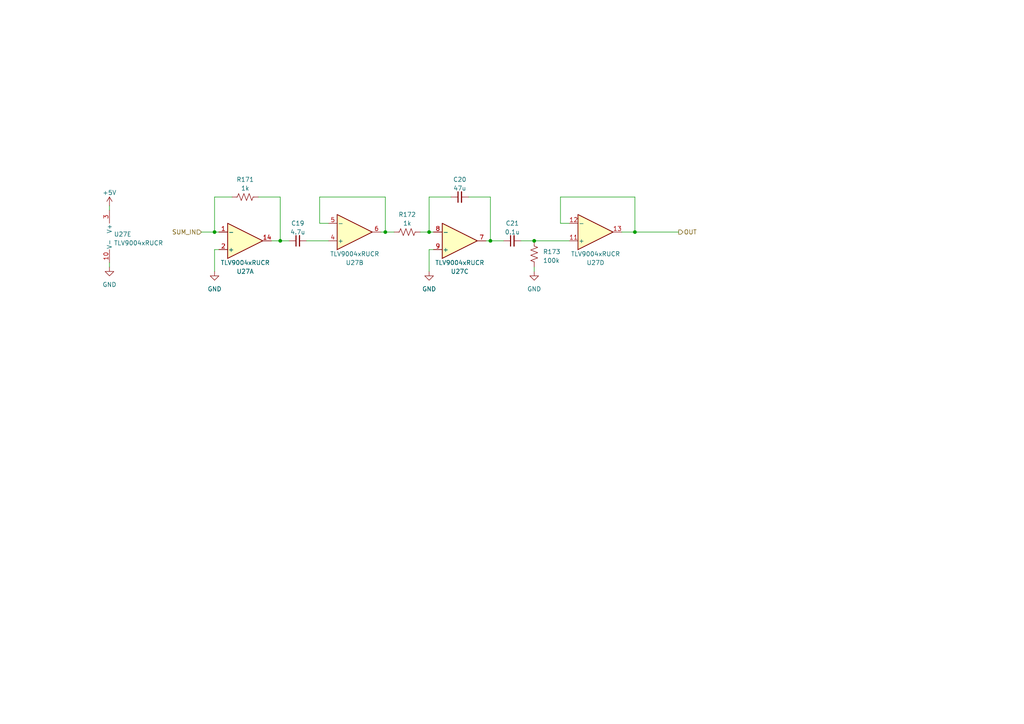
<source format=kicad_sch>
(kicad_sch (version 20221004) (generator eeschema)
  (paper "A4")
  (lib_symbols
    (symbol "Amplifier_Operational:TLV9004xRUCR" (pin_names (offset 0.127))
      (property "Reference" "U" (at 0 5.08 0))
      (property "Value" "TLV9004xRUCR" (at 0 -5.08 0))
      (symbol "TLV9004xRUCR_1_1"
        (polyline (pts (xy -5.08 5.08) (xy 5.08 0) (xy -5.08 -5.08) (xy -5.08 5.08)) (stroke (width 0.254)) (fill (type background)))
        (pin input line (at -7.62 -2.54 0) (length 2.54) (name "-") (number "1"))
        (pin output line (at 7.62 0 180) (length 2.54) (name "~") (number "14"))
        (pin input line (at -7.62 2.54 0) (length 2.54) (name "+") (number "2"))
      )
      (symbol "TLV9004xRUCR_2_1"
        (polyline (pts (xy -5.08 5.08) (xy 5.08 0) (xy -5.08 -5.08) (xy -5.08 5.08)) (stroke (width 0.254)) (fill (type background)))
        (pin input line (at -7.62 2.54 0) (length 2.54) (name "+") (number "4"))
        (pin input line (at -7.62 -2.54 0) (length 2.54) (name "-") (number "5"))
        (pin output line (at 7.62 0 180) (length 2.54) (name "~") (number "6"))
      )
      (symbol "TLV9004xRUCR_3_1"
        (polyline (pts (xy -5.08 5.08) (xy 5.08 0) (xy -5.08 -5.08) (xy -5.08 5.08)) (stroke (width 0.254)) (fill (type background)))
        (pin output line (at 7.62 0 180) (length 2.54) (name "~") (number "7"))
        (pin input line (at -7.62 -2.54 0) (length 2.54) (name "-") (number "8"))
        (pin input line (at -7.62 2.54 0) (length 2.54) (name "+") (number "9"))
      )
      (symbol "TLV9004xRUCR_4_1"
        (polyline (pts (xy -5.08 5.08) (xy 5.08 0) (xy -5.08 -5.08) (xy -5.08 5.08)) (stroke (width 0.254)) (fill (type background)))
        (pin input line (at -7.62 2.54 0) (length 2.54) (name "+") (number "11"))
        (pin input line (at -7.62 -2.54 0) (length 2.54) (name "-") (number "12"))
        (pin output line (at 7.62 0 180) (length 2.54) (name "~") (number "13"))
      )
      (symbol "TLV9004xRUCR_5_1"
        (pin power_in line (at -2.54 -7.62 90) (length 3.81) (name "V-") (number "10"))
        (pin power_in line (at -2.54 7.62 270) (length 3.81) (name "V+") (number "3"))
      )
    )
    (symbol "Device:C_Small" (pin_numbers hide) (pin_names (offset 0.254) hide)
      (property "Reference" "C" (at 0.254 1.778 0))
      (property "Value" "C_Small" (at 0.254 -2.032 0))
      (symbol "C_Small_0_1"
        (polyline (pts (xy -1.524 -0.508) (xy 1.524 -0.508)) (stroke (width 0.3302)))
        (polyline (pts (xy -1.524 0.508) (xy 1.524 0.508)) (stroke (width 0.3048)))
      )
      (symbol "C_Small_1_1"
        (pin passive line (at 0 2.54 270) (length 2.032) (name "~") (number "1"))
        (pin passive line (at 0 -2.54 90) (length 2.032) (name "~") (number "2"))
      )
    )
    (symbol "Device:R_US" (pin_numbers hide) (pin_names (offset 0))
      (property "Reference" "R" (at 2.54 0 90))
      (property "Value" "R_US" (at -2.54 0 90))
      (symbol "R_US_0_1"
        (polyline (pts (xy 0 -2.286) (xy 0 -2.54)))
        (polyline (pts (xy 0 2.286) (xy 0 2.54)))
        (polyline (pts (xy 0 -0.762) (xy 1.016 -1.143) (xy 0 -1.524) (xy -1.016 -1.905) (xy 0 -2.286)))
        (polyline (pts (xy 0 0.762) (xy 1.016 0.381) (xy 0 0) (xy -1.016 -0.381) (xy 0 -0.762)))
        (polyline (pts (xy 0 2.286) (xy 1.016 1.905) (xy 0 1.524) (xy -1.016 1.143) (xy 0 0.762)))
      )
      (symbol "R_US_1_1"
        (pin passive line (at 0 3.81 270) (length 1.27) (name "~") (number "1"))
        (pin passive line (at 0 -3.81 90) (length 1.27) (name "~") (number "2"))
      )
    )
    (symbol "power:+5V" (power) (pin_names (offset 0))
      (property "Value" "+5V" (at 0 3.556 0))
      (symbol "+5V_0_1"
        (polyline (pts (xy -0.762 1.27) (xy 0 2.54)))
        (polyline (pts (xy 0 0) (xy 0 2.54)))
        (polyline (pts (xy 0 2.54) (xy 0.762 1.27)))
      )
      (symbol "+5V_1_1"
        (pin power_in line (at 0 0 90) (length 0) hide (name "+5V") (number "1"))
      )
    )
    (symbol "power:GND" (power) (pin_names (offset 0))
      (property "Value" "GND" (at 0 -3.81 0))
      (symbol "GND_0_1"
        (polyline (pts (xy 0 0) (xy 0 -1.27) (xy 1.27 -1.27) (xy 0 -2.54) (xy -1.27 -1.27) (xy 0 -1.27)))
      )
      (symbol "GND_1_1"
        (pin power_in line (at 0 0 270) (length 0) hide (name "GND") (number "1"))
      )
    )
  )
  (junction (at 81.28 69.85))
  (junction (at 142.24 69.85))
  (junction (at 62.23 67.31))
  (junction (at 124.46 67.31))
  (junction (at 111.76 67.31))
  (junction (at 154.94 69.85))
  (junction (at 184.15 67.31))
  (wire (pts (xy 130.81 57.15) (xy 124.46 57.15)))
  (wire (pts (xy 142.24 69.85) (xy 146.05 69.85)))
  (wire (pts (xy 151.13 69.85) (xy 154.94 69.85)))
  (wire (pts (xy 81.28 69.85) (xy 83.82 69.85)))
  (wire (pts (xy 135.89 57.15) (xy 142.24 57.15)))
  (wire (pts (xy 81.28 57.15) (xy 81.28 69.85)))
  (wire (pts (xy 124.46 67.31) (xy 125.73 67.31)))
  (wire (pts (xy 111.76 67.31) (xy 110.49 67.31)))
  (wire (pts (xy 124.46 57.15) (xy 124.46 67.31)))
  (wire (pts (xy 162.56 64.77) (xy 162.56 57.15)))
  (wire (pts (xy 88.9 69.85) (xy 95.25 69.85)))
  (wire (pts (xy 31.75 76.2) (xy 31.75 77.47)))
  (wire (pts (xy 92.71 57.15) (xy 111.76 57.15)))
  (wire (pts (xy 92.71 64.77) (xy 92.71 57.15)))
  (wire (pts (xy 184.15 57.15) (xy 184.15 67.31)))
  (wire (pts (xy 111.76 57.15) (xy 111.76 67.31)))
  (wire (pts (xy 184.15 67.31) (xy 180.34 67.31)))
  (wire (pts (xy 124.46 72.39) (xy 124.46 78.74)))
  (wire (pts (xy 62.23 67.31) (xy 63.5 67.31)))
  (wire (pts (xy 125.73 72.39) (xy 124.46 72.39)))
  (wire (pts (xy 67.31 57.15) (xy 62.23 57.15)))
  (wire (pts (xy 140.97 69.85) (xy 142.24 69.85)))
  (wire (pts (xy 184.15 67.31) (xy 196.85 67.31)))
  (wire (pts (xy 31.75 59.69) (xy 31.75 60.96)))
  (wire (pts (xy 62.23 72.39) (xy 62.23 78.74)))
  (wire (pts (xy 165.1 64.77) (xy 162.56 64.77)))
  (wire (pts (xy 95.25 64.77) (xy 92.71 64.77)))
  (wire (pts (xy 111.76 67.31) (xy 114.3 67.31)))
  (wire (pts (xy 63.5 72.39) (xy 62.23 72.39)))
  (wire (pts (xy 62.23 57.15) (xy 62.23 67.31)))
  (wire (pts (xy 78.74 69.85) (xy 81.28 69.85)))
  (wire (pts (xy 142.24 57.15) (xy 142.24 69.85)))
  (wire (pts (xy 121.92 67.31) (xy 124.46 67.31)))
  (wire (pts (xy 162.56 57.15) (xy 184.15 57.15)))
  (wire (pts (xy 74.93 57.15) (xy 81.28 57.15)))
  (wire (pts (xy 154.94 77.47) (xy 154.94 78.74)))
  (wire (pts (xy 58.42 67.31) (xy 62.23 67.31)))
  (wire (pts (xy 154.94 69.85) (xy 165.1 69.85)))
  (hierarchical_label "SUM_IN" (shape input) (at 58.42 67.31 180))
  (hierarchical_label "OUT" (shape output) (at 196.85 67.31 0))
  (symbol (lib_id "Device:C_Small") (at 148.59 69.85 90) (unit 1)
    (property "Reference" "C21" (at 148.5963 64.77 90))
    (property "Value" "0.1u" (at 148.5963 67.31 90))
    (property "Footprint" "Capacitor_SMD:C_0201_0603Metric" (effects hide))
    (instances (project "AnalogFNN" (path "" (reference "C21") (unit 1) (value "0.1u") (footprint "Capacitor_SMD:C_0201_0603Metric")) (path "" (reference "C24") (unit 1) (value "0.1u") (footprint "Capacitor_SMD:C_0201_0603Metric")) (path "" (reference "C27") (unit 1) (value "0.1u") (footprint "Capacitor_SMD:C_0201_0603Metric")) (path "" (reference "C30") (unit 1) (value "0.1u") (footprint "Capacitor_SMD:C_0201_0603Metric")) (path "" (reference "C33") (unit 1) (value "0.1u") (footprint "Capacitor_SMD:C_0201_0603Metric")) (path "" (reference "C36") (unit 1) (value "0.1u") (footprint "Capacitor_SMD:C_0201_0603Metric")) (path "" (reference "C39") (unit 1) (value "0.1u") (footprint "Capacitor_SMD:C_0201_0603Metric")) (path "" (reference "C42") (unit 1) (value "0.1u") (footprint "Capacitor_SMD:C_0201_0603Metric")) (path "" (reference "C45") (unit 1) (value "0.1u") (footprint "Capacitor_SMD:C_0201_0603Metric")) (path "" (reference "C48") (unit 1) (value "0.1u") (footprint "Capacitor_SMD:C_0201_0603Metric")) (path "" (reference "C51") (unit 1) (value "0.1u") (footprint "Capacitor_SMD:C_0201_0603Metric")) (path "" (reference "C54") (unit 1) (value "0.1u") (footprint "Capacitor_SMD:C_0201_0603Metric")) (path "" (reference "C57") (unit 1) (value "0.1u") (footprint "Capacitor_SMD:C_0201_0603Metric")) (path "" (reference "C60") (unit 1) (value "0.1u") (footprint "Capacitor_SMD:C_0201_0603Metric")) (path "" (reference "C63") (unit 1) (value "0.1u") (footprint "Capacitor_SMD:C_0201_0603Metric")) (path "" (reference "C66") (unit 1) (value "0.1u") (footprint "Capacitor_SMD:C_0201_0603Metric")) (path "" (reference "C69") (unit 1) (value "0.1u") (footprint "Capacitor_SMD:C_0201_0603Metric")) (path "" (reference "C72") (unit 1) (value "0.1u") (footprint "Capacitor_SMD:C_0201_0603Metric")) (path "" (reference "C81") (unit 1) (value "0.1u") (footprint "Capacitor_SMD:C_0201_0603Metric")) (path "" (reference "C84") (unit 1) (value "0.1u") (footprint "Capacitor_SMD:C_0201_0603Metric")) (path "" (reference "C87") (unit 1) (value "0.1u") (footprint "Capacitor_SMD:C_0201_0603Metric")) (path "" (reference "C90") (unit 1) (value "0.1u") (footprint "Capacitor_SMD:C_0201_0603Metric")) (path "" (reference "C93") (unit 1) (value "0.1u") (footprint "Capacitor_SMD:C_0201_0603Metric")) (path "" (reference "C96") (unit 1) (value "0.1u") (footprint "Capacitor_SMD:C_0201_0603Metric")) (path "" (reference "C13003") (unit 1) (value "0.1u") (footprint "Capacitor_SMD:C_0201_0603Metric")) (path "" (reference "C17003") (unit 1) (value "0.1u") (footprint "Capacitor_SMD:C_0201_0603Metric"))))
  )
  (symbol (lib_id "Amplifier_Operational:TLV9004xRUCR") (at 34.29 68.58 0) (unit 5)
    (property "Reference" "U27" (at 33.02 67.945 0) (effects (justify left)))
    (property "Value" "TLV9004xRUCR" (at 33.02 70.485 0) (effects (justify left)))
    (property "Footprint" "Package_DFN_QFN:Texas_S-PX2QFN-14" (effects hide))
    (property "Datasheet" "http://www.ti.com/lit/ds/symlink/tlv9004.pdf" (effects hide))
    (instances (project "AnalogFNN" (path "" (reference "U27") (unit 5) (value "TLV9004xRUCR") (footprint "Package_DFN_QFN:Texas_S-PX2QFN-14")) (path "" (reference "U31") (unit 5) (value "TLV9004xRUCR") (footprint "Package_DFN_QFN:Texas_S-PX2QFN-14")) (path "" (reference "U36") (unit 5) (value "TLV9004xRUCR") (footprint "Package_DFN_QFN:Texas_S-PX2QFN-14")) (path "" (reference "U40") (unit 5) (value "TLV9004xRUCR") (footprint "Package_DFN_QFN:Texas_S-PX2QFN-14")) (path "" (reference "U44") (unit 5) (value "TLV9004xRUCR") (footprint "Package_DFN_QFN:Texas_S-PX2QFN-14")) (path "" (reference "U48") (unit 5) (value "TLV9004xRUCR") (footprint "Package_DFN_QFN:Texas_S-PX2QFN-14")) (path "" (reference "U51") (unit 5) (value "TLV9004xRUCR") (footprint "Package_DFN_QFN:Texas_S-PX2QFN-14")) (path "" (reference "U55") (unit 5) (value "TLV9004xRUCR") (footprint "Package_DFN_QFN:Texas_S-PX2QFN-14")) (path "" (reference "U59") (unit 5) (value "TLV9004xRUCR") (footprint "Package_DFN_QFN:Texas_S-PX2QFN-14")) (path "" (reference "U63") (unit 5) (value "TLV9004xRUCR") (footprint "Package_DFN_QFN:Texas_S-PX2QFN-14")) (path "" (reference "U67") (unit 5) (value "TLV9004xRUCR") (footprint "Package_DFN_QFN:Texas_S-PX2QFN-14")) (path "" (reference "U71") (unit 5) (value "TLV9004xRUCR") (footprint "Package_DFN_QFN:Texas_S-PX2QFN-14")) (path "" (reference "U75") (unit 5) (value "TLV9004xRUCR") (footprint "Package_DFN_QFN:Texas_S-PX2QFN-14")) (path "" (reference "U79") (unit 5) (value "TLV9004xRUCR") (footprint "Package_DFN_QFN:Texas_S-PX2QFN-14")) (path "" (reference "U83") (unit 5) (value "TLV9004xRUCR") (footprint "Package_DFN_QFN:Texas_S-PX2QFN-14")) (path "" (reference "U87") (unit 5) (value "TLV9004xRUCR") (footprint "Package_DFN_QFN:Texas_S-PX2QFN-14")) (path "" (reference "U91") (unit 5) (value "TLV9004xRUCR") (footprint "Package_DFN_QFN:Texas_S-PX2QFN-14")) (path "" (reference "U95") (unit 5) (value "TLV9004xRUCR") (footprint "Package_DFN_QFN:Texas_S-PX2QFN-14")) (path "" (reference "U111") (unit 5) (value "TLV9004xRUCR") (footprint "Package_DFN_QFN:Texas_S-PX2QFN-14")) (path "" (reference "U122") (unit 5) (value "TLV9004xRUCR") (footprint "Package_DFN_QFN:Texas_S-PX2QFN-14")) (path "" (reference "U329") (unit 5) (value "TLV9004xRUCR") (footprint "Package_DFN_QFN:Texas_S-PX2QFN-14")) (path "" (reference "U344") (unit 5) (value "TLV9004xRUCR") (footprint "Package_DFN_QFN:Texas_S-PX2QFN-14")) (path "" (reference "U359") (unit 5) (value "TLV9004xRUCR") (footprint "Package_DFN_QFN:Texas_S-PX2QFN-14")) (path "" (reference "U374") (unit 5) (value "TLV9004xRUCR") (footprint "Package_DFN_QFN:Texas_S-PX2QFN-14")) (path "" (reference "U13001") (unit 5) (value "TLV9004xRUCR") (footprint "Package_DFN_QFN:Texas_S-PX2QFN-14")) (path "" (reference "U17001") (unit 5) (value "TLV9004xRUCR") (footprint "Package_DFN_QFN:Texas_S-PX2QFN-14"))))
  )
  (symbol (lib_id "Amplifier_Operational:TLV9004xRUCR") (at 71.12 69.85 0) (mirror x) (unit 1)
    (property "Reference" "U27" (at 71.12 78.74 0))
    (property "Value" "TLV9004xRUCR" (at 71.12 76.2 0))
    (property "Footprint" "Package_DFN_QFN:Texas_S-PX2QFN-14" (effects hide))
    (property "Datasheet" "http://www.ti.com/lit/ds/symlink/tlv9004.pdf" (effects hide))
    (instances (project "AnalogFNN" (path "" (reference "U27") (unit 1) (value "TLV9004xRUCR") (footprint "Package_DFN_QFN:Texas_S-PX2QFN-14")) (path "" (reference "U31") (unit 1) (value "TLV9004xRUCR") (footprint "Package_DFN_QFN:Texas_S-PX2QFN-14")) (path "" (reference "U36") (unit 1) (value "TLV9004xRUCR") (footprint "Package_DFN_QFN:Texas_S-PX2QFN-14")) (path "" (reference "U40") (unit 1) (value "TLV9004xRUCR") (footprint "Package_DFN_QFN:Texas_S-PX2QFN-14")) (path "" (reference "U44") (unit 1) (value "TLV9004xRUCR") (footprint "Package_DFN_QFN:Texas_S-PX2QFN-14")) (path "" (reference "U48") (unit 1) (value "TLV9004xRUCR") (footprint "Package_DFN_QFN:Texas_S-PX2QFN-14")) (path "" (reference "U51") (unit 1) (value "TLV9004xRUCR") (footprint "Package_DFN_QFN:Texas_S-PX2QFN-14")) (path "" (reference "U55") (unit 1) (value "TLV9004xRUCR") (footprint "Package_DFN_QFN:Texas_S-PX2QFN-14")) (path "" (reference "U59") (unit 1) (value "TLV9004xRUCR") (footprint "Package_DFN_QFN:Texas_S-PX2QFN-14")) (path "" (reference "U63") (unit 1) (value "TLV9004xRUCR") (footprint "Package_DFN_QFN:Texas_S-PX2QFN-14")) (path "" (reference "U67") (unit 1) (value "TLV9004xRUCR") (footprint "Package_DFN_QFN:Texas_S-PX2QFN-14")) (path "" (reference "U71") (unit 1) (value "TLV9004xRUCR") (footprint "Package_DFN_QFN:Texas_S-PX2QFN-14")) (path "" (reference "U75") (unit 1) (value "TLV9004xRUCR") (footprint "Package_DFN_QFN:Texas_S-PX2QFN-14")) (path "" (reference "U79") (unit 1) (value "TLV9004xRUCR") (footprint "Package_DFN_QFN:Texas_S-PX2QFN-14")) (path "" (reference "U83") (unit 1) (value "TLV9004xRUCR") (footprint "Package_DFN_QFN:Texas_S-PX2QFN-14")) (path "" (reference "U87") (unit 1) (value "TLV9004xRUCR") (footprint "Package_DFN_QFN:Texas_S-PX2QFN-14")) (path "" (reference "U91") (unit 1) (value "TLV9004xRUCR") (footprint "Package_DFN_QFN:Texas_S-PX2QFN-14")) (path "" (reference "U95") (unit 1) (value "TLV9004xRUCR") (footprint "Package_DFN_QFN:Texas_S-PX2QFN-14")) (path "" (reference "U111") (unit 1) (value "TLV9004xRUCR") (footprint "Package_DFN_QFN:Texas_S-PX2QFN-14")) (path "" (reference "U122") (unit 1) (value "TLV9004xRUCR") (footprint "Package_DFN_QFN:Texas_S-PX2QFN-14")) (path "" (reference "U329") (unit 1) (value "TLV9004xRUCR") (footprint "Package_DFN_QFN:Texas_S-PX2QFN-14")) (path "" (reference "U344") (unit 1) (value "TLV9004xRUCR") (footprint "Package_DFN_QFN:Texas_S-PX2QFN-14")) (path "" (reference "U359") (unit 1) (value "TLV9004xRUCR") (footprint "Package_DFN_QFN:Texas_S-PX2QFN-14")) (path "" (reference "U374") (unit 1) (value "TLV9004xRUCR") (footprint "Package_DFN_QFN:Texas_S-PX2QFN-14")) (path "" (reference "U13001") (unit 1) (value "TLV9004xRUCR") (footprint "Package_DFN_QFN:Texas_S-PX2QFN-14")) (path "" (reference "U17001") (unit 1) (value "TLV9004xRUCR") (footprint "Package_DFN_QFN:Texas_S-PX2QFN-14"))))
  )
  (symbol (lib_id "Device:R_US") (at 71.12 57.15 90) (unit 1)
    (property "Reference" "R171" (at 71.12 52.07 90))
    (property "Value" "1k" (at 71.12 54.61 90))
    (property "Footprint" "Resistor_SMD:R_0201_0603Metric" (effects hide))
    (instances (project "AnalogFNN" (path "" (reference "R171") (unit 1) (value "1k") (footprint "Resistor_SMD:R_0201_0603Metric")) (path "" (reference "R198") (unit 1) (value "1k") (footprint "Resistor_SMD:R_0201_0603Metric")) (path "" (reference "R225") (unit 1) (value "1k") (footprint "Resistor_SMD:R_0201_0603Metric")) (path "" (reference "R252") (unit 1) (value "1k") (footprint "Resistor_SMD:R_0201_0603Metric")) (path "" (reference "R279") (unit 1) (value "1k") (footprint "Resistor_SMD:R_0201_0603Metric")) (path "" (reference "R306") (unit 1) (value "1k") (footprint "Resistor_SMD:R_0201_0603Metric")) (path "" (reference "R333") (unit 1) (value "1k") (footprint "Resistor_SMD:R_0201_0603Metric")) (path "" (reference "R360") (unit 1) (value "1k") (footprint "Resistor_SMD:R_0201_0603Metric")) (path "" (reference "R387") (unit 1) (value "1k") (footprint "Resistor_SMD:R_0201_0603Metric")) (path "" (reference "R414") (unit 1) (value "1k") (footprint "Resistor_SMD:R_0201_0603Metric")) (path "" (reference "R441") (unit 1) (value "1k") (footprint "Resistor_SMD:R_0201_0603Metric")) (path "" (reference "R468") (unit 1) (value "1k") (footprint "Resistor_SMD:R_0201_0603Metric")) (path "" (reference "R495") (unit 1) (value "1k") (footprint "Resistor_SMD:R_0201_0603Metric")) (path "" (reference "R522") (unit 1) (value "1k") (footprint "Resistor_SMD:R_0201_0603Metric")) (path "" (reference "R549") (unit 1) (value "1k") (footprint "Resistor_SMD:R_0201_0603Metric")) (path "" (reference "R576") (unit 1) (value "1k") (footprint "Resistor_SMD:R_0201_0603Metric")) (path "" (reference "R603") (unit 1) (value "1k") (footprint "Resistor_SMD:R_0201_0603Metric")) (path "" (reference "R630") (unit 1) (value "1k") (footprint "Resistor_SMD:R_0201_0603Metric")) (path "" (reference "R711") (unit 1) (value "1k") (footprint "Resistor_SMD:R_0201_0603Metric")) (path "" (reference "R754") (unit 1) (value "1k") (footprint "Resistor_SMD:R_0201_0603Metric")) (path "" (reference "R786") (unit 1) (value "1k") (footprint "Resistor_SMD:R_0201_0603Metric")) (path "" (reference "R1018") (unit 1) (value "1k") (footprint "Resistor_SMD:R_0201_0603Metric")) (path "" (reference "R1069") (unit 1) (value "1k") (footprint "Resistor_SMD:R_0201_0603Metric")) (path "" (reference "R1120") (unit 1) (value "1k") (footprint "Resistor_SMD:R_0201_0603Metric")) (path "" (reference "R13001") (unit 1) (value "1k") (footprint "Resistor_SMD:R_0201_0603Metric")) (path "" (reference "R17001") (unit 1) (value "1k") (footprint "Resistor_SMD:R_0201_0603Metric"))))
  )
  (symbol (lib_id "power:GND") (at 154.94 78.74 0) (unit 1)
    (property "Reference" "#PWR041" (effects hide))
    (property "Value" "GND" (at 154.94 83.82 0))
    (instances (project "AnalogFNN" (path "" (reference "#PWR041") (unit 1) (value "GND") (footprint "")) (path "" (reference "#PWR047") (unit 1) (value "GND") (footprint "")) (path "" (reference "#PWR053") (unit 1) (value "GND") (footprint "")) (path "" (reference "#PWR059") (unit 1) (value "GND") (footprint "")) (path "" (reference "#PWR065") (unit 1) (value "GND") (footprint "")) (path "" (reference "#PWR071") (unit 1) (value "GND") (footprint "")) (path "" (reference "#PWR077") (unit 1) (value "GND") (footprint "")) (path "" (reference "#PWR083") (unit 1) (value "GND") (footprint "")) (path "" (reference "#PWR089") (unit 1) (value "GND") (footprint "")) (path "" (reference "#PWR095") (unit 1) (value "GND") (footprint "")) (path "" (reference "#PWR0503") (unit 1) (value "GND") (footprint "")) (path "" (reference "#PWR0527") (unit 1) (value "GND") (footprint "")) (path "" (reference "#PWR0551") (unit 1) (value "GND") (footprint "")) (path "" (reference "#PWR0575") (unit 1) (value "GND") (footprint "")) (path "" (reference "#PWR0599") (unit 1) (value "GND") (footprint "")) (path "" (reference "#PWR0623") (unit 1) (value "GND") (footprint "")) (path "" (reference "#PWR0647") (unit 1) (value "GND") (footprint "")) (path "" (reference "#PWR0671") (unit 1) (value "GND") (footprint "")) (path "" (reference "#PWR0734") (unit 1) (value "GND") (footprint "")) (path "" (reference "#PWR0770") (unit 1) (value "GND") (footprint "")) (path "" (reference "#PWR0806") (unit 1) (value "GND") (footprint "")) (path "" (reference "#PWR01334") (unit 1) (value "GND") (footprint "")) (path "" (reference "#PWR01370") (unit 1) (value "GND") (footprint "")) (path "" (reference "#PWR01412") (unit 1) (value "GND") (footprint "")) (path "" (reference "#PWR0123") (unit 1) (value "GND") (footprint "")) (path "" (reference "#PWR0128") (unit 1) (value "GND") (footprint ""))))
  )
  (symbol (lib_id "power:GND") (at 124.46 78.74 0) (unit 1)
    (property "Reference" "#PWR040" (effects hide))
    (property "Value" "GND" (at 124.46 83.82 0))
    (instances (project "AnalogFNN" (path "" (reference "#PWR040") (unit 1) (value "GND") (footprint "")) (path "" (reference "#PWR046") (unit 1) (value "GND") (footprint "")) (path "" (reference "#PWR052") (unit 1) (value "GND") (footprint "")) (path "" (reference "#PWR058") (unit 1) (value "GND") (footprint "")) (path "" (reference "#PWR064") (unit 1) (value "GND") (footprint "")) (path "" (reference "#PWR070") (unit 1) (value "GND") (footprint "")) (path "" (reference "#PWR076") (unit 1) (value "GND") (footprint "")) (path "" (reference "#PWR082") (unit 1) (value "GND") (footprint "")) (path "" (reference "#PWR088") (unit 1) (value "GND") (footprint "")) (path "" (reference "#PWR094") (unit 1) (value "GND") (footprint "")) (path "" (reference "#PWR0100") (unit 1) (value "GND") (footprint "")) (path "" (reference "#PWR0526") (unit 1) (value "GND") (footprint "")) (path "" (reference "#PWR0550") (unit 1) (value "GND") (footprint "")) (path "" (reference "#PWR0574") (unit 1) (value "GND") (footprint "")) (path "" (reference "#PWR0598") (unit 1) (value "GND") (footprint "")) (path "" (reference "#PWR0622") (unit 1) (value "GND") (footprint "")) (path "" (reference "#PWR0646") (unit 1) (value "GND") (footprint "")) (path "" (reference "#PWR0670") (unit 1) (value "GND") (footprint "")) (path "" (reference "#PWR0733") (unit 1) (value "GND") (footprint "")) (path "" (reference "#PWR0769") (unit 1) (value "GND") (footprint "")) (path "" (reference "#PWR0805") (unit 1) (value "GND") (footprint "")) (path "" (reference "#PWR01333") (unit 1) (value "GND") (footprint "")) (path "" (reference "#PWR01369") (unit 1) (value "GND") (footprint "")) (path "" (reference "#PWR01411") (unit 1) (value "GND") (footprint "")) (path "" (reference "#PWR0122") (unit 1) (value "GND") (footprint "")) (path "" (reference "#PWR0127") (unit 1) (value "GND") (footprint ""))))
  )
  (symbol (lib_id "Device:C_Small") (at 86.36 69.85 90) (unit 1)
    (property "Reference" "C19" (at 86.3663 64.77 90))
    (property "Value" "4.7u" (at 86.3663 67.31 90))
    (property "Footprint" "Capacitor_SMD:C_0201_0603Metric" (effects hide))
    (instances (project "AnalogFNN" (path "" (reference "C19") (unit 1) (value "4.7u") (footprint "Capacitor_SMD:C_0201_0603Metric")) (path "" (reference "C22") (unit 1) (value "4.7u") (footprint "Capacitor_SMD:C_0201_0603Metric")) (path "" (reference "C25") (unit 1) (value "4.7u") (footprint "Capacitor_SMD:C_0201_0603Metric")) (path "" (reference "C28") (unit 1) (value "4.7u") (footprint "Capacitor_SMD:C_0201_0603Metric")) (path "" (reference "C31") (unit 1) (value "4.7u") (footprint "Capacitor_SMD:C_0201_0603Metric")) (path "" (reference "C34") (unit 1) (value "4.7u") (footprint "Capacitor_SMD:C_0201_0603Metric")) (path "" (reference "C37") (unit 1) (value "4.7u") (footprint "Capacitor_SMD:C_0201_0603Metric")) (path "" (reference "C40") (unit 1) (value "4.7u") (footprint "Capacitor_SMD:C_0201_0603Metric")) (path "" (reference "C43") (unit 1) (value "4.7u") (footprint "Capacitor_SMD:C_0201_0603Metric")) (path "" (reference "C46") (unit 1) (value "4.7u") (footprint "Capacitor_SMD:C_0201_0603Metric")) (path "" (reference "C49") (unit 1) (value "4.7u") (footprint "Capacitor_SMD:C_0201_0603Metric")) (path "" (reference "C52") (unit 1) (value "4.7u") (footprint "Capacitor_SMD:C_0201_0603Metric")) (path "" (reference "C55") (unit 1) (value "4.7u") (footprint "Capacitor_SMD:C_0201_0603Metric")) (path "" (reference "C58") (unit 1) (value "4.7u") (footprint "Capacitor_SMD:C_0201_0603Metric")) (path "" (reference "C61") (unit 1) (value "4.7u") (footprint "Capacitor_SMD:C_0201_0603Metric")) (path "" (reference "C64") (unit 1) (value "4.7u") (footprint "Capacitor_SMD:C_0201_0603Metric")) (path "" (reference "C67") (unit 1) (value "4.7u") (footprint "Capacitor_SMD:C_0201_0603Metric")) (path "" (reference "C70") (unit 1) (value "4.7u") (footprint "Capacitor_SMD:C_0201_0603Metric")) (path "" (reference "C79") (unit 1) (value "4.7u") (footprint "Capacitor_SMD:C_0201_0603Metric")) (path "" (reference "C82") (unit 1) (value "4.7u") (footprint "Capacitor_SMD:C_0201_0603Metric")) (path "" (reference "C85") (unit 1) (value "4.7u") (footprint "Capacitor_SMD:C_0201_0603Metric")) (path "" (reference "C88") (unit 1) (value "4.7u") (footprint "Capacitor_SMD:C_0201_0603Metric")) (path "" (reference "C91") (unit 1) (value "4.7u") (footprint "Capacitor_SMD:C_0201_0603Metric")) (path "" (reference "C94") (unit 1) (value "4.7u") (footprint "Capacitor_SMD:C_0201_0603Metric")) (path "" (reference "C13001") (unit 1) (value "4.7u") (footprint "Capacitor_SMD:C_0201_0603Metric")) (path "" (reference "C17001") (unit 1) (value "4.7u") (footprint "Capacitor_SMD:C_0201_0603Metric"))))
  )
  (symbol (lib_id "Amplifier_Operational:TLV9004xRUCR") (at 172.72 67.31 0) (mirror x) (unit 4)
    (property "Reference" "U27" (at 172.72 76.2 0))
    (property "Value" "TLV9004xRUCR" (at 172.72 73.66 0))
    (property "Footprint" "Package_DFN_QFN:Texas_S-PX2QFN-14" (effects hide))
    (property "Datasheet" "http://www.ti.com/lit/ds/symlink/tlv9004.pdf" (effects hide))
    (instances (project "AnalogFNN" (path "" (reference "U27") (unit 4) (value "TLV9004xRUCR") (footprint "Package_DFN_QFN:Texas_S-PX2QFN-14")) (path "" (reference "U31") (unit 4) (value "TLV9004xRUCR") (footprint "Package_DFN_QFN:Texas_S-PX2QFN-14")) (path "" (reference "U36") (unit 4) (value "TLV9004xRUCR") (footprint "Package_DFN_QFN:Texas_S-PX2QFN-14")) (path "" (reference "U40") (unit 4) (value "TLV9004xRUCR") (footprint "Package_DFN_QFN:Texas_S-PX2QFN-14")) (path "" (reference "U44") (unit 4) (value "TLV9004xRUCR") (footprint "Package_DFN_QFN:Texas_S-PX2QFN-14")) (path "" (reference "U48") (unit 4) (value "TLV9004xRUCR") (footprint "Package_DFN_QFN:Texas_S-PX2QFN-14")) (path "" (reference "U51") (unit 4) (value "TLV9004xRUCR") (footprint "Package_DFN_QFN:Texas_S-PX2QFN-14")) (path "" (reference "U55") (unit 4) (value "TLV9004xRUCR") (footprint "Package_DFN_QFN:Texas_S-PX2QFN-14")) (path "" (reference "U59") (unit 4) (value "TLV9004xRUCR") (footprint "Package_DFN_QFN:Texas_S-PX2QFN-14")) (path "" (reference "U63") (unit 4) (value "TLV9004xRUCR") (footprint "Package_DFN_QFN:Texas_S-PX2QFN-14")) (path "" (reference "U67") (unit 4) (value "TLV9004xRUCR") (footprint "Package_DFN_QFN:Texas_S-PX2QFN-14")) (path "" (reference "U71") (unit 4) (value "TLV9004xRUCR") (footprint "Package_DFN_QFN:Texas_S-PX2QFN-14")) (path "" (reference "U75") (unit 4) (value "TLV9004xRUCR") (footprint "Package_DFN_QFN:Texas_S-PX2QFN-14")) (path "" (reference "U79") (unit 4) (value "TLV9004xRUCR") (footprint "Package_DFN_QFN:Texas_S-PX2QFN-14")) (path "" (reference "U83") (unit 4) (value "TLV9004xRUCR") (footprint "Package_DFN_QFN:Texas_S-PX2QFN-14")) (path "" (reference "U87") (unit 4) (value "TLV9004xRUCR") (footprint "Package_DFN_QFN:Texas_S-PX2QFN-14")) (path "" (reference "U91") (unit 4) (value "TLV9004xRUCR") (footprint "Package_DFN_QFN:Texas_S-PX2QFN-14")) (path "" (reference "U95") (unit 4) (value "TLV9004xRUCR") (footprint "Package_DFN_QFN:Texas_S-PX2QFN-14")) (path "" (reference "U111") (unit 4) (value "TLV9004xRUCR") (footprint "Package_DFN_QFN:Texas_S-PX2QFN-14")) (path "" (reference "U122") (unit 4) (value "TLV9004xRUCR") (footprint "Package_DFN_QFN:Texas_S-PX2QFN-14")) (path "" (reference "U329") (unit 4) (value "TLV9004xRUCR") (footprint "Package_DFN_QFN:Texas_S-PX2QFN-14")) (path "" (reference "U344") (unit 4) (value "TLV9004xRUCR") (footprint "Package_DFN_QFN:Texas_S-PX2QFN-14")) (path "" (reference "U359") (unit 4) (value "TLV9004xRUCR") (footprint "Package_DFN_QFN:Texas_S-PX2QFN-14")) (path "" (reference "U374") (unit 4) (value "TLV9004xRUCR") (footprint "Package_DFN_QFN:Texas_S-PX2QFN-14")) (path "" (reference "U13001") (unit 4) (value "TLV9004xRUCR") (footprint "Package_DFN_QFN:Texas_S-PX2QFN-14")) (path "" (reference "U17001") (unit 4) (value "TLV9004xRUCR") (footprint "Package_DFN_QFN:Texas_S-PX2QFN-14"))))
  )
  (symbol (lib_id "power:+5V") (at 31.75 59.69 0) (unit 1)
    (property "Reference" "#PWR037" (effects hide))
    (property "Value" "+5V" (at 31.75 55.88 0))
    (instances (project "AnalogFNN" (path "" (reference "#PWR037") (unit 1) (value "+5V") (footprint "")) (path "" (reference "#PWR043") (unit 1) (value "+5V") (footprint "")) (path "" (reference "#PWR049") (unit 1) (value "+5V") (footprint "")) (path "" (reference "#PWR055") (unit 1) (value "+5V") (footprint "")) (path "" (reference "#PWR061") (unit 1) (value "+5V") (footprint "")) (path "" (reference "#PWR067") (unit 1) (value "+5V") (footprint "")) (path "" (reference "#PWR073") (unit 1) (value "+5V") (footprint "")) (path "" (reference "#PWR079") (unit 1) (value "+5V") (footprint "")) (path "" (reference "#PWR085") (unit 1) (value "+5V") (footprint "")) (path "" (reference "#PWR091") (unit 1) (value "+5V") (footprint "")) (path "" (reference "#PWR097") (unit 1) (value "+5V") (footprint "")) (path "" (reference "#PWR0523") (unit 1) (value "+5V") (footprint "")) (path "" (reference "#PWR0547") (unit 1) (value "+5V") (footprint "")) (path "" (reference "#PWR0571") (unit 1) (value "+5V") (footprint "")) (path "" (reference "#PWR0595") (unit 1) (value "+5V") (footprint "")) (path "" (reference "#PWR0619") (unit 1) (value "+5V") (footprint "")) (path "" (reference "#PWR0643") (unit 1) (value "+5V") (footprint "")) (path "" (reference "#PWR0667") (unit 1) (value "+5V") (footprint "")) (path "" (reference "#PWR0314") (unit 1) (value "+5V") (footprint "")) (path "" (reference "#PWR0766") (unit 1) (value "+5V") (footprint "")) (path "" (reference "#PWR0802") (unit 1) (value "+5V") (footprint "")) (path "" (reference "#PWR01330") (unit 1) (value "+5V") (footprint "")) (path "" (reference "#PWR01366") (unit 1) (value "+5V") (footprint "")) (path "" (reference "#PWR01408") (unit 1) (value "+5V") (footprint "")) (path "" (reference "#PWR0119") (unit 1) (value "+5V") (footprint "")) (path "" (reference "#PWR0124") (unit 1) (value "+5V") (footprint ""))))
  )
  (symbol (lib_id "Amplifier_Operational:TLV9004xRUCR") (at 102.87 67.31 0) (mirror x) (unit 2)
    (property "Reference" "U27" (at 102.87 76.2 0))
    (property "Value" "TLV9004xRUCR" (at 102.87 73.66 0))
    (property "Footprint" "Package_DFN_QFN:Texas_S-PX2QFN-14" (effects hide))
    (property "Datasheet" "http://www.ti.com/lit/ds/symlink/tlv9004.pdf" (effects hide))
    (instances (project "AnalogFNN" (path "" (reference "U27") (unit 2) (value "TLV9004xRUCR") (footprint "Package_DFN_QFN:Texas_S-PX2QFN-14")) (path "" (reference "U31") (unit 2) (value "TLV9004xRUCR") (footprint "Package_DFN_QFN:Texas_S-PX2QFN-14")) (path "" (reference "U36") (unit 2) (value "TLV9004xRUCR") (footprint "Package_DFN_QFN:Texas_S-PX2QFN-14")) (path "" (reference "U40") (unit 2) (value "TLV9004xRUCR") (footprint "Package_DFN_QFN:Texas_S-PX2QFN-14")) (path "" (reference "U44") (unit 2) (value "TLV9004xRUCR") (footprint "Package_DFN_QFN:Texas_S-PX2QFN-14")) (path "" (reference "U48") (unit 2) (value "TLV9004xRUCR") (footprint "Package_DFN_QFN:Texas_S-PX2QFN-14")) (path "" (reference "U51") (unit 2) (value "TLV9004xRUCR") (footprint "Package_DFN_QFN:Texas_S-PX2QFN-14")) (path "" (reference "U55") (unit 2) (value "TLV9004xRUCR") (footprint "Package_DFN_QFN:Texas_S-PX2QFN-14")) (path "" (reference "U59") (unit 2) (value "TLV9004xRUCR") (footprint "Package_DFN_QFN:Texas_S-PX2QFN-14")) (path "" (reference "U63") (unit 2) (value "TLV9004xRUCR") (footprint "Package_DFN_QFN:Texas_S-PX2QFN-14")) (path "" (reference "U67") (unit 2) (value "TLV9004xRUCR") (footprint "Package_DFN_QFN:Texas_S-PX2QFN-14")) (path "" (reference "U71") (unit 2) (value "TLV9004xRUCR") (footprint "Package_DFN_QFN:Texas_S-PX2QFN-14")) (path "" (reference "U75") (unit 2) (value "TLV9004xRUCR") (footprint "Package_DFN_QFN:Texas_S-PX2QFN-14")) (path "" (reference "U79") (unit 2) (value "TLV9004xRUCR") (footprint "Package_DFN_QFN:Texas_S-PX2QFN-14")) (path "" (reference "U83") (unit 2) (value "TLV9004xRUCR") (footprint "Package_DFN_QFN:Texas_S-PX2QFN-14")) (path "" (reference "U87") (unit 2) (value "TLV9004xRUCR") (footprint "Package_DFN_QFN:Texas_S-PX2QFN-14")) (path "" (reference "U91") (unit 2) (value "TLV9004xRUCR") (footprint "Package_DFN_QFN:Texas_S-PX2QFN-14")) (path "" (reference "U95") (unit 2) (value "TLV9004xRUCR") (footprint "Package_DFN_QFN:Texas_S-PX2QFN-14")) (path "" (reference "U111") (unit 2) (value "TLV9004xRUCR") (footprint "Package_DFN_QFN:Texas_S-PX2QFN-14")) (path "" (reference "U122") (unit 2) (value "TLV9004xRUCR") (footprint "Package_DFN_QFN:Texas_S-PX2QFN-14")) (path "" (reference "U329") (unit 2) (value "TLV9004xRUCR") (footprint "Package_DFN_QFN:Texas_S-PX2QFN-14")) (path "" (reference "U344") (unit 2) (value "TLV9004xRUCR") (footprint "Package_DFN_QFN:Texas_S-PX2QFN-14")) (path "" (reference "U359") (unit 2) (value "TLV9004xRUCR") (footprint "Package_DFN_QFN:Texas_S-PX2QFN-14")) (path "" (reference "U374") (unit 2) (value "TLV9004xRUCR") (footprint "Package_DFN_QFN:Texas_S-PX2QFN-14")) (path "" (reference "U13001") (unit 2) (value "TLV9004xRUCR") (footprint "Package_DFN_QFN:Texas_S-PX2QFN-14")) (path "" (reference "U17001") (unit 2) (value "TLV9004xRUCR") (footprint "Package_DFN_QFN:Texas_S-PX2QFN-14"))))
  )
  (symbol (lib_id "Amplifier_Operational:TLV9004xRUCR") (at 133.35 69.85 0) (mirror x) (unit 3)
    (property "Reference" "U27" (at 133.35 78.74 0))
    (property "Value" "TLV9004xRUCR" (at 133.35 76.2 0))
    (property "Footprint" "Package_DFN_QFN:Texas_S-PX2QFN-14" (effects hide))
    (property "Datasheet" "http://www.ti.com/lit/ds/symlink/tlv9004.pdf" (effects hide))
    (instances (project "AnalogFNN" (path "" (reference "U27") (unit 3) (value "TLV9004xRUCR") (footprint "Package_DFN_QFN:Texas_S-PX2QFN-14")) (path "" (reference "U31") (unit 3) (value "TLV9004xRUCR") (footprint "Package_DFN_QFN:Texas_S-PX2QFN-14")) (path "" (reference "U36") (unit 3) (value "TLV9004xRUCR") (footprint "Package_DFN_QFN:Texas_S-PX2QFN-14")) (path "" (reference "U40") (unit 3) (value "TLV9004xRUCR") (footprint "Package_DFN_QFN:Texas_S-PX2QFN-14")) (path "" (reference "U44") (unit 3) (value "TLV9004xRUCR") (footprint "Package_DFN_QFN:Texas_S-PX2QFN-14")) (path "" (reference "U48") (unit 3) (value "TLV9004xRUCR") (footprint "Package_DFN_QFN:Texas_S-PX2QFN-14")) (path "" (reference "U51") (unit 3) (value "TLV9004xRUCR") (footprint "Package_DFN_QFN:Texas_S-PX2QFN-14")) (path "" (reference "U55") (unit 3) (value "TLV9004xRUCR") (footprint "Package_DFN_QFN:Texas_S-PX2QFN-14")) (path "" (reference "U59") (unit 3) (value "TLV9004xRUCR") (footprint "Package_DFN_QFN:Texas_S-PX2QFN-14")) (path "" (reference "U63") (unit 3) (value "TLV9004xRUCR") (footprint "Package_DFN_QFN:Texas_S-PX2QFN-14")) (path "" (reference "U67") (unit 3) (value "TLV9004xRUCR") (footprint "Package_DFN_QFN:Texas_S-PX2QFN-14")) (path "" (reference "U71") (unit 3) (value "TLV9004xRUCR") (footprint "Package_DFN_QFN:Texas_S-PX2QFN-14")) (path "" (reference "U75") (unit 3) (value "TLV9004xRUCR") (footprint "Package_DFN_QFN:Texas_S-PX2QFN-14")) (path "" (reference "U79") (unit 3) (value "TLV9004xRUCR") (footprint "Package_DFN_QFN:Texas_S-PX2QFN-14")) (path "" (reference "U83") (unit 3) (value "TLV9004xRUCR") (footprint "Package_DFN_QFN:Texas_S-PX2QFN-14")) (path "" (reference "U87") (unit 3) (value "TLV9004xRUCR") (footprint "Package_DFN_QFN:Texas_S-PX2QFN-14")) (path "" (reference "U91") (unit 3) (value "TLV9004xRUCR") (footprint "Package_DFN_QFN:Texas_S-PX2QFN-14")) (path "" (reference "U95") (unit 3) (value "TLV9004xRUCR") (footprint "Package_DFN_QFN:Texas_S-PX2QFN-14")) (path "" (reference "U111") (unit 3) (value "TLV9004xRUCR") (footprint "Package_DFN_QFN:Texas_S-PX2QFN-14")) (path "" (reference "U122") (unit 3) (value "TLV9004xRUCR") (footprint "Package_DFN_QFN:Texas_S-PX2QFN-14")) (path "" (reference "U329") (unit 3) (value "TLV9004xRUCR") (footprint "Package_DFN_QFN:Texas_S-PX2QFN-14")) (path "" (reference "U344") (unit 3) (value "TLV9004xRUCR") (footprint "Package_DFN_QFN:Texas_S-PX2QFN-14")) (path "" (reference "U359") (unit 3) (value "TLV9004xRUCR") (footprint "Package_DFN_QFN:Texas_S-PX2QFN-14")) (path "" (reference "U374") (unit 3) (value "TLV9004xRUCR") (footprint "Package_DFN_QFN:Texas_S-PX2QFN-14")) (path "" (reference "U13001") (unit 3) (value "TLV9004xRUCR") (footprint "Package_DFN_QFN:Texas_S-PX2QFN-14")) (path "" (reference "U17001") (unit 3) (value "TLV9004xRUCR") (footprint "Package_DFN_QFN:Texas_S-PX2QFN-14"))))
  )
  (symbol (lib_id "Device:R_US") (at 118.11 67.31 90) (unit 1)
    (property "Reference" "R172" (at 118.11 62.23 90))
    (property "Value" "1k" (at 118.11 64.77 90))
    (property "Footprint" "Resistor_SMD:R_0201_0603Metric" (effects hide))
    (instances (project "AnalogFNN" (path "" (reference "R172") (unit 1) (value "1k") (footprint "Resistor_SMD:R_0201_0603Metric")) (path "" (reference "R199") (unit 1) (value "1k") (footprint "Resistor_SMD:R_0201_0603Metric")) (path "" (reference "R226") (unit 1) (value "1k") (footprint "Resistor_SMD:R_0201_0603Metric")) (path "" (reference "R253") (unit 1) (value "1k") (footprint "Resistor_SMD:R_0201_0603Metric")) (path "" (reference "R280") (unit 1) (value "1k") (footprint "Resistor_SMD:R_0201_0603Metric")) (path "" (reference "R307") (unit 1) (value "1k") (footprint "Resistor_SMD:R_0201_0603Metric")) (path "" (reference "R334") (unit 1) (value "1k") (footprint "Resistor_SMD:R_0201_0603Metric")) (path "" (reference "R361") (unit 1) (value "1k") (footprint "Resistor_SMD:R_0201_0603Metric")) (path "" (reference "R388") (unit 1) (value "1k") (footprint "Resistor_SMD:R_0201_0603Metric")) (path "" (reference "R415") (unit 1) (value "1k") (footprint "Resistor_SMD:R_0201_0603Metric")) (path "" (reference "R442") (unit 1) (value "1k") (footprint "Resistor_SMD:R_0201_0603Metric")) (path "" (reference "R469") (unit 1) (value "1k") (footprint "Resistor_SMD:R_0201_0603Metric")) (path "" (reference "R496") (unit 1) (value "1k") (footprint "Resistor_SMD:R_0201_0603Metric")) (path "" (reference "R523") (unit 1) (value "1k") (footprint "Resistor_SMD:R_0201_0603Metric")) (path "" (reference "R550") (unit 1) (value "1k") (footprint "Resistor_SMD:R_0201_0603Metric")) (path "" (reference "R577") (unit 1) (value "1k") (footprint "Resistor_SMD:R_0201_0603Metric")) (path "" (reference "R604") (unit 1) (value "1k") (footprint "Resistor_SMD:R_0201_0603Metric")) (path "" (reference "R631") (unit 1) (value "1k") (footprint "Resistor_SMD:R_0201_0603Metric")) (path "" (reference "R712") (unit 1) (value "1k") (footprint "Resistor_SMD:R_0201_0603Metric")) (path "" (reference "R755") (unit 1) (value "1k") (footprint "Resistor_SMD:R_0201_0603Metric")) (path "" (reference "R787") (unit 1) (value "1k") (footprint "Resistor_SMD:R_0201_0603Metric")) (path "" (reference "R1019") (unit 1) (value "1k") (footprint "Resistor_SMD:R_0201_0603Metric")) (path "" (reference "R1070") (unit 1) (value "1k") (footprint "Resistor_SMD:R_0201_0603Metric")) (path "" (reference "R1121") (unit 1) (value "1k") (footprint "Resistor_SMD:R_0201_0603Metric")) (path "" (reference "R13002") (unit 1) (value "1k") (footprint "Resistor_SMD:R_0201_0603Metric")) (path "" (reference "R17002") (unit 1) (value "1k") (footprint "Resistor_SMD:R_0201_0603Metric"))))
  )
  (symbol (lib_id "power:GND") (at 31.75 77.47 0) (unit 1)
    (property "Reference" "#PWR038" (effects hide))
    (property "Value" "GND" (at 31.75 82.55 0))
    (instances (project "AnalogFNN" (path "" (reference "#PWR038") (unit 1) (value "GND") (footprint "")) (path "" (reference "#PWR044") (unit 1) (value "GND") (footprint "")) (path "" (reference "#PWR050") (unit 1) (value "GND") (footprint "")) (path "" (reference "#PWR056") (unit 1) (value "GND") (footprint "")) (path "" (reference "#PWR062") (unit 1) (value "GND") (footprint "")) (path "" (reference "#PWR068") (unit 1) (value "GND") (footprint "")) (path "" (reference "#PWR074") (unit 1) (value "GND") (footprint "")) (path "" (reference "#PWR080") (unit 1) (value "GND") (footprint "")) (path "" (reference "#PWR086") (unit 1) (value "GND") (footprint "")) (path "" (reference "#PWR092") (unit 1) (value "GND") (footprint "")) (path "" (reference "#PWR098") (unit 1) (value "GND") (footprint "")) (path "" (reference "#PWR0524") (unit 1) (value "GND") (footprint "")) (path "" (reference "#PWR0548") (unit 1) (value "GND") (footprint "")) (path "" (reference "#PWR0572") (unit 1) (value "GND") (footprint "")) (path "" (reference "#PWR0596") (unit 1) (value "GND") (footprint "")) (path "" (reference "#PWR0620") (unit 1) (value "GND") (footprint "")) (path "" (reference "#PWR0644") (unit 1) (value "GND") (footprint "")) (path "" (reference "#PWR0668") (unit 1) (value "GND") (footprint "")) (path "" (reference "#PWR0315") (unit 1) (value "GND") (footprint "")) (path "" (reference "#PWR0767") (unit 1) (value "GND") (footprint "")) (path "" (reference "#PWR0803") (unit 1) (value "GND") (footprint "")) (path "" (reference "#PWR01331") (unit 1) (value "GND") (footprint "")) (path "" (reference "#PWR01367") (unit 1) (value "GND") (footprint "")) (path "" (reference "#PWR01409") (unit 1) (value "GND") (footprint "")) (path "" (reference "#PWR0120") (unit 1) (value "GND") (footprint "")) (path "" (reference "#PWR0125") (unit 1) (value "GND") (footprint ""))))
  )
  (symbol (lib_id "Device:C_Small") (at 133.35 57.15 90) (unit 1)
    (property "Reference" "C20" (at 133.3563 52.07 90))
    (property "Value" "47u" (at 133.3563 54.61 90))
    (property "Footprint" "Capacitor_SMD:C_0603_1608Metric" (effects hide))
    (instances (project "AnalogFNN" (path "" (reference "C20") (unit 1) (value "47u") (footprint "Capacitor_SMD:C_0603_1608Metric")) (path "" (reference "C23") (unit 1) (value "47u") (footprint "Capacitor_SMD:C_0603_1608Metric")) (path "" (reference "C26") (unit 1) (value "47u") (footprint "Capacitor_SMD:C_0603_1608Metric")) (path "" (reference "C29") (unit 1) (value "47u") (footprint "Capacitor_SMD:C_0603_1608Metric")) (path "" (reference "C32") (unit 1) (value "47u") (footprint "Capacitor_SMD:C_0603_1608Metric")) (path "" (reference "C35") (unit 1) (value "47u") (footprint "Capacitor_SMD:C_0603_1608Metric")) (path "" (reference "C38") (unit 1) (value "47u") (footprint "Capacitor_SMD:C_0603_1608Metric")) (path "" (reference "C41") (unit 1) (value "47u") (footprint "Capacitor_SMD:C_0603_1608Metric")) (path "" (reference "C44") (unit 1) (value "47u") (footprint "Capacitor_SMD:C_0603_1608Metric")) (path "" (reference "C47") (unit 1) (value "47u") (footprint "Capacitor_SMD:C_0603_1608Metric")) (path "" (reference "C50") (unit 1) (value "47u") (footprint "Capacitor_SMD:C_0603_1608Metric")) (path "" (reference "C53") (unit 1) (value "47u") (footprint "Capacitor_SMD:C_0603_1608Metric")) (path "" (reference "C56") (unit 1) (value "47u") (footprint "Capacitor_SMD:C_0603_1608Metric")) (path "" (reference "C59") (unit 1) (value "47u") (footprint "Capacitor_SMD:C_0603_1608Metric")) (path "" (reference "C62") (unit 1) (value "47u") (footprint "Capacitor_SMD:C_0603_1608Metric")) (path "" (reference "C65") (unit 1) (value "47u") (footprint "Capacitor_SMD:C_0603_1608Metric")) (path "" (reference "C68") (unit 1) (value "47u") (footprint "Capacitor_SMD:C_0603_1608Metric")) (path "" (reference "C71") (unit 1) (value "47u") (footprint "Capacitor_SMD:C_0603_1608Metric")) (path "" (reference "C80") (unit 1) (value "47u") (footprint "Capacitor_SMD:C_0603_1608Metric")) (path "" (reference "C83") (unit 1) (value "47u") (footprint "Capacitor_SMD:C_0603_1608Metric")) (path "" (reference "C86") (unit 1) (value "47u") (footprint "Capacitor_SMD:C_0603_1608Metric")) (path "" (reference "C89") (unit 1) (value "47u") (footprint "Capacitor_SMD:C_0603_1608Metric")) (path "" (reference "C92") (unit 1) (value "47u") (footprint "Capacitor_SMD:C_0603_1608Metric")) (path "" (reference "C95") (unit 1) (value "47u") (footprint "Capacitor_SMD:C_0603_1608Metric")) (path "" (reference "C13002") (unit 1) (value "47u") (footprint "Capacitor_SMD:C_0603_1608Metric")) (path "" (reference "C17002") (unit 1) (value "47u") (footprint "Capacitor_SMD:C_0603_1608Metric"))))
  )
  (symbol (lib_id "power:GND") (at 62.23 78.74 0) (unit 1)
    (property "Reference" "#PWR039" (effects hide))
    (property "Value" "GND" (at 62.23 83.82 0))
    (instances (project "AnalogFNN" (path "" (reference "#PWR039") (unit 1) (value "GND") (footprint "")) (path "" (reference "#PWR045") (unit 1) (value "GND") (footprint "")) (path "" (reference "#PWR051") (unit 1) (value "GND") (footprint "")) (path "" (reference "#PWR057") (unit 1) (value "GND") (footprint "")) (path "" (reference "#PWR063") (unit 1) (value "GND") (footprint "")) (path "" (reference "#PWR069") (unit 1) (value "GND") (footprint "")) (path "" (reference "#PWR075") (unit 1) (value "GND") (footprint "")) (path "" (reference "#PWR081") (unit 1) (value "GND") (footprint "")) (path "" (reference "#PWR087") (unit 1) (value "GND") (footprint "")) (path "" (reference "#PWR093") (unit 1) (value "GND") (footprint "")) (path "" (reference "#PWR099") (unit 1) (value "GND") (footprint "")) (path "" (reference "#PWR0525") (unit 1) (value "GND") (footprint "")) (path "" (reference "#PWR0549") (unit 1) (value "GND") (footprint "")) (path "" (reference "#PWR0573") (unit 1) (value "GND") (footprint "")) (path "" (reference "#PWR0597") (unit 1) (value "GND") (footprint "")) (path "" (reference "#PWR0621") (unit 1) (value "GND") (footprint "")) (path "" (reference "#PWR0645") (unit 1) (value "GND") (footprint "")) (path "" (reference "#PWR0669") (unit 1) (value "GND") (footprint "")) (path "" (reference "#PWR0316") (unit 1) (value "GND") (footprint "")) (path "" (reference "#PWR0768") (unit 1) (value "GND") (footprint "")) (path "" (reference "#PWR0804") (unit 1) (value "GND") (footprint "")) (path "" (reference "#PWR01332") (unit 1) (value "GND") (footprint "")) (path "" (reference "#PWR01368") (unit 1) (value "GND") (footprint "")) (path "" (reference "#PWR01410") (unit 1) (value "GND") (footprint "")) (path "" (reference "#PWR0121") (unit 1) (value "GND") (footprint "")) (path "" (reference "#PWR0126") (unit 1) (value "GND") (footprint ""))))
  )
  (symbol (lib_id "Device:R_US") (at 154.94 73.66 0) (unit 1)
    (property "Reference" "R173" (at 157.48 73.025 0) (effects (justify left)))
    (property "Value" "100k" (at 157.48 75.565 0) (effects (justify left)))
    (property "Footprint" "Resistor_SMD:R_0201_0603Metric" (effects hide))
    (instances (project "AnalogFNN" (path "" (reference "R173") (unit 1) (value "100k") (footprint "Resistor_SMD:R_0201_0603Metric")) (path "" (reference "R200") (unit 1) (value "100k") (footprint "Resistor_SMD:R_0201_0603Metric")) (path "" (reference "R227") (unit 1) (value "100k") (footprint "Resistor_SMD:R_0201_0603Metric")) (path "" (reference "R254") (unit 1) (value "100k") (footprint "Resistor_SMD:R_0201_0603Metric")) (path "" (reference "R281") (unit 1) (value "100k") (footprint "Resistor_SMD:R_0201_0603Metric")) (path "" (reference "R308") (unit 1) (value "100k") (footprint "Resistor_SMD:R_0201_0603Metric")) (path "" (reference "R335") (unit 1) (value "100k") (footprint "Resistor_SMD:R_0201_0603Metric")) (path "" (reference "R362") (unit 1) (value "100k") (footprint "Resistor_SMD:R_0201_0603Metric")) (path "" (reference "R389") (unit 1) (value "100k") (footprint "Resistor_SMD:R_0201_0603Metric")) (path "" (reference "R416") (unit 1) (value "100k") (footprint "Resistor_SMD:R_0201_0603Metric")) (path "" (reference "R443") (unit 1) (value "100k") (footprint "Resistor_SMD:R_0201_0603Metric")) (path "" (reference "R470") (unit 1) (value "100k") (footprint "Resistor_SMD:R_0201_0603Metric")) (path "" (reference "R497") (unit 1) (value "100k") (footprint "Resistor_SMD:R_0201_0603Metric")) (path "" (reference "R524") (unit 1) (value "100k") (footprint "Resistor_SMD:R_0201_0603Metric")) (path "" (reference "R551") (unit 1) (value "100k") (footprint "Resistor_SMD:R_0201_0603Metric")) (path "" (reference "R578") (unit 1) (value "100k") (footprint "Resistor_SMD:R_0201_0603Metric")) (path "" (reference "R605") (unit 1) (value "100k") (footprint "Resistor_SMD:R_0201_0603Metric")) (path "" (reference "R632") (unit 1) (value "100k") (footprint "Resistor_SMD:R_0201_0603Metric")) (path "" (reference "R713") (unit 1) (value "100k") (footprint "Resistor_SMD:R_0201_0603Metric")) (path "" (reference "R756") (unit 1) (value "100k") (footprint "Resistor_SMD:R_0201_0603Metric")) (path "" (reference "R788") (unit 1) (value "100k") (footprint "Resistor_SMD:R_0201_0603Metric")) (path "" (reference "R1020") (unit 1) (value "100k") (footprint "Resistor_SMD:R_0201_0603Metric")) (path "" (reference "R1071") (unit 1) (value "100k") (footprint "Resistor_SMD:R_0201_0603Metric")) (path "" (reference "R1122") (unit 1) (value "100k") (footprint "Resistor_SMD:R_0201_0603Metric")) (path "" (reference "R13003") (unit 1) (value "100k") (footprint "Resistor_SMD:R_0201_0603Metric")) (path "" (reference "R17003") (unit 1) (value "100k") (footprint "Resistor_SMD:R_0201_0603Metric"))))
  )
)
</source>
